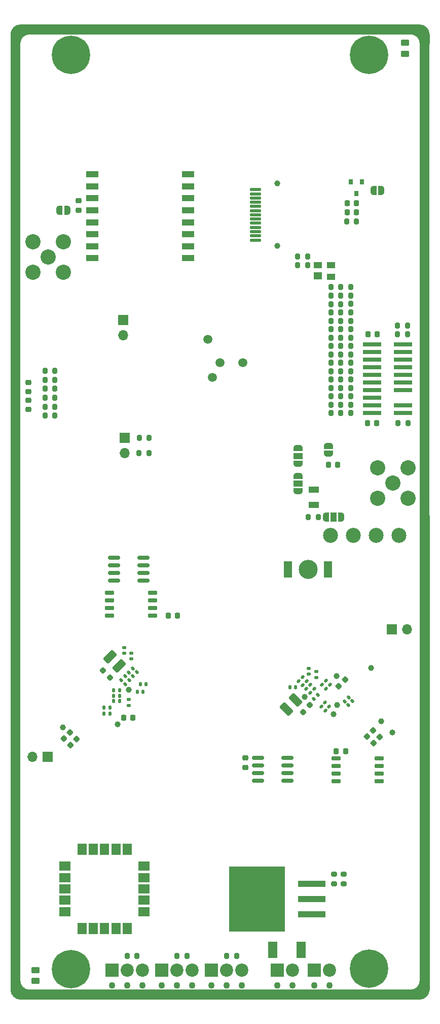
<source format=gbr>
%TF.GenerationSoftware,KiCad,Pcbnew,6.0.2*%
%TF.CreationDate,2022-02-16T12:43:48-06:00*%
%TF.ProjectId,FCB,4643422e-6b69-4636-9164-5f7063625858,A*%
%TF.SameCoordinates,Original*%
%TF.FileFunction,Soldermask,Bot*%
%TF.FilePolarity,Negative*%
%FSLAX46Y46*%
G04 Gerber Fmt 4.6, Leading zero omitted, Abs format (unit mm)*
G04 Created by KiCad (PCBNEW 6.0.2) date 2022-02-16 12:43:48*
%MOMM*%
%LPD*%
G01*
G04 APERTURE LIST*
G04 Aperture macros list*
%AMRoundRect*
0 Rectangle with rounded corners*
0 $1 Rounding radius*
0 $2 $3 $4 $5 $6 $7 $8 $9 X,Y pos of 4 corners*
0 Add a 4 corners polygon primitive as box body*
4,1,4,$2,$3,$4,$5,$6,$7,$8,$9,$2,$3,0*
0 Add four circle primitives for the rounded corners*
1,1,$1+$1,$2,$3*
1,1,$1+$1,$4,$5*
1,1,$1+$1,$6,$7*
1,1,$1+$1,$8,$9*
0 Add four rect primitives between the rounded corners*
20,1,$1+$1,$2,$3,$4,$5,0*
20,1,$1+$1,$4,$5,$6,$7,0*
20,1,$1+$1,$6,$7,$8,$9,0*
20,1,$1+$1,$8,$9,$2,$3,0*%
%AMFreePoly0*
4,1,22,0.500000,-0.750000,0.000000,-0.750000,0.000000,-0.745033,-0.079941,-0.743568,-0.215256,-0.701293,-0.333266,-0.622738,-0.424486,-0.514219,-0.481581,-0.384460,-0.499164,-0.250000,-0.500000,-0.250000,-0.500000,0.250000,-0.499164,0.250000,-0.499963,0.256109,-0.478152,0.396186,-0.417904,0.524511,-0.324060,0.630769,-0.204165,0.706417,-0.067858,0.745374,0.000000,0.744959,0.000000,0.750000,
0.500000,0.750000,0.500000,-0.750000,0.500000,-0.750000,$1*%
%AMFreePoly1*
4,1,20,0.000000,0.744959,0.073905,0.744508,0.209726,0.703889,0.328688,0.626782,0.421226,0.519385,0.479903,0.390333,0.500000,0.250000,0.500000,-0.250000,0.499851,-0.262216,0.476331,-0.402017,0.414519,-0.529596,0.319384,-0.634700,0.198574,-0.708877,0.061801,-0.746166,0.000000,-0.745033,0.000000,-0.750000,-0.500000,-0.750000,-0.500000,0.750000,0.000000,0.750000,0.000000,0.744959,
0.000000,0.744959,$1*%
%AMFreePoly2*
4,1,22,0.550000,-0.750000,0.000000,-0.750000,0.000000,-0.745033,-0.079941,-0.743568,-0.215256,-0.701293,-0.333266,-0.622738,-0.424486,-0.514219,-0.481581,-0.384460,-0.499164,-0.250000,-0.500000,-0.250000,-0.500000,0.250000,-0.499164,0.250000,-0.499963,0.256109,-0.478152,0.396186,-0.417904,0.524511,-0.324060,0.630769,-0.204165,0.706417,-0.067858,0.745374,0.000000,0.744959,0.000000,0.750000,
0.550000,0.750000,0.550000,-0.750000,0.550000,-0.750000,$1*%
%AMFreePoly3*
4,1,20,0.000000,0.744959,0.073905,0.744508,0.209726,0.703889,0.328688,0.626782,0.421226,0.519385,0.479903,0.390333,0.500000,0.250000,0.500000,-0.250000,0.499851,-0.262216,0.476331,-0.402017,0.414519,-0.529596,0.319384,-0.634700,0.198574,-0.708877,0.061801,-0.746166,0.000000,-0.745033,0.000000,-0.750000,-0.550000,-0.750000,-0.550000,0.750000,0.000000,0.750000,0.000000,0.744959,
0.000000,0.744959,$1*%
G04 Aperture macros list end*
%ADD10C,0.150000*%
%ADD11C,0.100000*%
%ADD12C,3.180000*%
%ADD13R,1.400000X2.790000*%
%ADD14RoundRect,0.225000X0.017678X-0.335876X0.335876X-0.017678X-0.017678X0.335876X-0.335876X0.017678X0*%
%ADD15C,1.000000*%
%ADD16RoundRect,0.200000X0.200000X0.275000X-0.200000X0.275000X-0.200000X-0.275000X0.200000X-0.275000X0*%
%ADD17RoundRect,0.200000X-0.200000X-0.275000X0.200000X-0.275000X0.200000X0.275000X-0.200000X0.275000X0*%
%ADD18O,1.700000X1.700000*%
%ADD19R,1.700000X1.700000*%
%ADD20FreePoly0,270.000000*%
%ADD21FreePoly1,270.000000*%
%ADD22R,1.800000X1.000000*%
%ADD23R,2.000000X1.000000*%
%ADD24FreePoly0,180.000000*%
%ADD25FreePoly1,180.000000*%
%ADD26R,0.800000X0.900000*%
%ADD27RoundRect,0.225000X0.225000X0.250000X-0.225000X0.250000X-0.225000X-0.250000X0.225000X-0.250000X0*%
%ADD28RoundRect,0.249999X-0.450001X0.262501X-0.450001X-0.262501X0.450001X-0.262501X0.450001X0.262501X0*%
%ADD29RoundRect,0.225000X-0.225000X-0.250000X0.225000X-0.250000X0.225000X0.250000X-0.225000X0.250000X0*%
%ADD30RoundRect,0.140000X-0.140000X-0.170000X0.140000X-0.170000X0.140000X0.170000X-0.140000X0.170000X0*%
%ADD31RoundRect,0.218750X0.335876X0.026517X0.026517X0.335876X-0.335876X-0.026517X-0.026517X-0.335876X0*%
%ADD32RoundRect,0.225000X-0.250000X0.225000X-0.250000X-0.225000X0.250000X-0.225000X0.250000X0.225000X0*%
%ADD33RoundRect,0.225000X0.250000X-0.225000X0.250000X0.225000X-0.250000X0.225000X-0.250000X-0.225000X0*%
%ADD34RoundRect,0.200000X0.275000X-0.200000X0.275000X0.200000X-0.275000X0.200000X-0.275000X-0.200000X0*%
%ADD35R,4.600000X1.100000*%
%ADD36R,9.400000X10.800000*%
%ADD37R,1.500000X2.700000*%
%ADD38RoundRect,0.050800X-0.850000X-0.175000X0.850000X-0.175000X0.850000X0.175000X-0.850000X0.175000X0*%
%ADD39R,2.200000X2.200000*%
%ADD40C,1.100000*%
%ADD41C,2.200000*%
%ADD42RoundRect,0.140000X-0.170000X0.140000X-0.170000X-0.140000X0.170000X-0.140000X0.170000X0.140000X0*%
%ADD43RoundRect,0.140000X0.140000X0.170000X-0.140000X0.170000X-0.140000X-0.170000X0.140000X-0.170000X0*%
%ADD44RoundRect,0.140000X-0.021213X0.219203X-0.219203X0.021213X0.021213X-0.219203X0.219203X-0.021213X0*%
%ADD45RoundRect,0.140000X0.021213X-0.219203X0.219203X-0.021213X-0.021213X0.219203X-0.219203X0.021213X0*%
%ADD46RoundRect,0.140000X0.170000X-0.140000X0.170000X0.140000X-0.170000X0.140000X-0.170000X-0.140000X0*%
%ADD47RoundRect,0.250000X0.866206X0.335876X0.335876X0.866206X-0.866206X-0.335876X-0.335876X-0.866206X0*%
%ADD48RoundRect,0.140000X0.219203X0.021213X0.021213X0.219203X-0.219203X-0.021213X-0.021213X-0.219203X0*%
%ADD49RoundRect,0.140000X-0.219203X-0.021213X-0.021213X-0.219203X0.219203X0.021213X0.021213X0.219203X0*%
%ADD50C,2.540000*%
%ADD51RoundRect,0.150000X-0.650000X-0.150000X0.650000X-0.150000X0.650000X0.150000X-0.650000X0.150000X0*%
%ADD52RoundRect,0.150000X-0.825000X-0.150000X0.825000X-0.150000X0.825000X0.150000X-0.825000X0.150000X0*%
%ADD53RoundRect,0.150000X0.650000X0.150000X-0.650000X0.150000X-0.650000X-0.150000X0.650000X-0.150000X0*%
%ADD54RoundRect,0.150000X0.825000X0.150000X-0.825000X0.150000X-0.825000X-0.150000X0.825000X-0.150000X0*%
%ADD55RoundRect,0.000001X-0.900000X-0.750000X0.900000X-0.750000X0.900000X0.750000X-0.900000X0.750000X0*%
%ADD56RoundRect,0.000001X-0.750000X-0.900000X0.750000X-0.900000X0.750000X0.900000X-0.750000X0.900000X0*%
%ADD57R,1.400000X1.000000*%
%ADD58R,1.400000X1.200000*%
%ADD59C,2.500000*%
%ADD60C,1.500000*%
%ADD61RoundRect,0.249999X0.450001X-0.262501X0.450001X0.262501X-0.450001X0.262501X-0.450001X-0.262501X0*%
%ADD62RoundRect,0.218750X-0.026517X0.335876X-0.335876X0.026517X0.026517X-0.335876X0.335876X-0.026517X0*%
%ADD63RoundRect,0.250000X-0.335876X0.866206X-0.866206X0.335876X0.335876X-0.866206X0.866206X-0.335876X0*%
%ADD64FreePoly2,90.000000*%
%ADD65R,1.500000X1.000000*%
%ADD66FreePoly3,90.000000*%
%ADD67FreePoly2,180.000000*%
%ADD68R,1.000000X1.500000*%
%ADD69FreePoly3,180.000000*%
%ADD70RoundRect,0.225000X-0.335876X-0.017678X-0.017678X-0.335876X0.335876X0.017678X0.017678X0.335876X0*%
%ADD71RoundRect,0.225000X0.335876X0.017678X0.017678X0.335876X-0.335876X-0.017678X-0.017678X-0.335876X0*%
%ADD72R,3.125000X0.711000*%
%ADD73C,0.800000*%
%ADD74C,6.400000*%
G04 APERTURE END LIST*
D10*
X171600000Y-65000000D02*
G75*
G03*
X170000000Y-66600000I0J-1600000D01*
G01*
X236850000Y-66500000D02*
X237350000Y-66600000D01*
X237350000Y-66600000D02*
X237750000Y-66800000D01*
X237750000Y-66800000D02*
X238050000Y-67100000D01*
X238050000Y-67100000D02*
X238250000Y-67500000D01*
X238250000Y-67500000D02*
X238350000Y-68100000D01*
X238350000Y-68100000D02*
X239850000Y-68100000D01*
X239850000Y-68100000D02*
X239850000Y-66600000D01*
X239850000Y-66600000D02*
X239750000Y-66200000D01*
X239750000Y-66200000D02*
X239550000Y-65800000D01*
X239550000Y-65800000D02*
X239250000Y-65400000D01*
X239250000Y-65400000D02*
X238650000Y-65100000D01*
X238650000Y-65100000D02*
X238250000Y-65000000D01*
X238250000Y-65000000D02*
X236850000Y-65000000D01*
X236850000Y-65000000D02*
X236850000Y-66500000D01*
G36*
X238650000Y-65100000D02*
G01*
X239250000Y-65400000D01*
X239550000Y-65800000D01*
X239750000Y-66200000D01*
X239850000Y-66600000D01*
X239850000Y-68100000D01*
X238350000Y-68100000D01*
X238250000Y-67500000D01*
X238050000Y-67100000D01*
X237750000Y-66800000D01*
X237350000Y-66600000D01*
X236850000Y-66500000D01*
X236850000Y-65000000D01*
X238250000Y-65000000D01*
X238650000Y-65100000D01*
G37*
X238650000Y-65100000D02*
X239250000Y-65400000D01*
X239550000Y-65800000D01*
X239750000Y-66200000D01*
X239850000Y-66600000D01*
X239850000Y-68100000D01*
X238350000Y-68100000D01*
X238250000Y-67500000D01*
X238050000Y-67100000D01*
X237750000Y-66800000D01*
X237350000Y-66600000D01*
X236850000Y-66500000D01*
X236850000Y-65000000D01*
X238250000Y-65000000D01*
X238650000Y-65100000D01*
X239822400Y-66600000D02*
X238322400Y-66600000D01*
X238322400Y-66600000D02*
X238350000Y-225800000D01*
X238350000Y-225800000D02*
X239850000Y-225800000D01*
X239850000Y-225800000D02*
X239822400Y-66600000D01*
G36*
X239850000Y-225800000D02*
G01*
X238350000Y-225800000D01*
X238322400Y-66600000D01*
X239822400Y-66600000D01*
X239850000Y-225800000D01*
G37*
X239850000Y-225800000D02*
X238350000Y-225800000D01*
X238322400Y-66600000D01*
X239822400Y-66600000D01*
X239850000Y-225800000D01*
X170000000Y-225800000D02*
G75*
G03*
X171600000Y-227400000I1600000J0D01*
G01*
X239850000Y-66600000D02*
G75*
G03*
X238250000Y-65000000I-1600000J0D01*
G01*
X238350000Y-68100000D02*
G75*
G03*
X236750000Y-66500000I-1600000J0D01*
G01*
X171500000Y-224300000D02*
G75*
G03*
X173100000Y-225900000I1600000J0D01*
G01*
X238300000Y-65000000D02*
X173100000Y-65000000D01*
X173100000Y-65000000D02*
X173100000Y-66500000D01*
X173100000Y-66500000D02*
X238300000Y-66500000D01*
X238300000Y-66500000D02*
X238300000Y-65000000D01*
G36*
X238300000Y-66500000D02*
G01*
X173100000Y-66500000D01*
X173100000Y-65000000D01*
X238300000Y-65000000D01*
X238300000Y-66500000D01*
G37*
X238300000Y-66500000D02*
X173100000Y-66500000D01*
X173100000Y-65000000D01*
X238300000Y-65000000D01*
X238300000Y-66500000D01*
X173100000Y-66500000D02*
G75*
G03*
X171500000Y-68100000I0J-1600000D01*
G01*
X171500000Y-68000000D02*
X171600000Y-67500000D01*
X171600000Y-67500000D02*
X171800000Y-67100000D01*
X171800000Y-67100000D02*
X172100000Y-66800000D01*
X172100000Y-66800000D02*
X172500000Y-66600000D01*
X172500000Y-66600000D02*
X173100000Y-66500000D01*
X173100000Y-66500000D02*
X173100000Y-65000000D01*
X173100000Y-65000000D02*
X171600000Y-65000000D01*
X171600000Y-65000000D02*
X171200000Y-65100000D01*
X171200000Y-65100000D02*
X170800000Y-65300000D01*
X170800000Y-65300000D02*
X170400000Y-65600000D01*
X170400000Y-65600000D02*
X170100000Y-66200000D01*
X170100000Y-66200000D02*
X170000000Y-66600000D01*
X170000000Y-66600000D02*
X170000000Y-68000000D01*
X170000000Y-68000000D02*
X171500000Y-68000000D01*
G36*
X173100000Y-66500000D02*
G01*
X172500000Y-66600000D01*
X172100000Y-66800000D01*
X171800000Y-67100000D01*
X171600000Y-67500000D01*
X171500000Y-68000000D01*
X170000000Y-68000000D01*
X170000000Y-66600000D01*
X170100000Y-66200000D01*
X170400000Y-65600000D01*
X170800000Y-65300000D01*
X171200000Y-65100000D01*
X171600000Y-65000000D01*
X173100000Y-65000000D01*
X173100000Y-66500000D01*
G37*
X173100000Y-66500000D02*
X172500000Y-66600000D01*
X172100000Y-66800000D01*
X171800000Y-67100000D01*
X171600000Y-67500000D01*
X171500000Y-68000000D01*
X170000000Y-68000000D01*
X170000000Y-66600000D01*
X170100000Y-66200000D01*
X170400000Y-65600000D01*
X170800000Y-65300000D01*
X171200000Y-65100000D01*
X171600000Y-65000000D01*
X173100000Y-65000000D01*
X173100000Y-66500000D01*
X238300000Y-225900000D02*
X171600000Y-225900000D01*
X171600000Y-225900000D02*
X171600000Y-227400000D01*
X171600000Y-227400000D02*
X238300000Y-227400000D01*
X238300000Y-227400000D02*
X238300000Y-225900000D01*
G36*
X238300000Y-227400000D02*
G01*
X171600000Y-227400000D01*
X171600000Y-225900000D01*
X238300000Y-225900000D01*
X238300000Y-227400000D01*
G37*
X238300000Y-227400000D02*
X171600000Y-227400000D01*
X171600000Y-225900000D01*
X238300000Y-225900000D01*
X238300000Y-227400000D01*
X238250000Y-227400000D02*
G75*
G03*
X239850000Y-225800000I0J1600000D01*
G01*
D11*
X236850000Y-225900000D02*
X237350000Y-225800000D01*
X237350000Y-225800000D02*
X237750000Y-225600000D01*
X237750000Y-225600000D02*
X238050000Y-225300000D01*
X238050000Y-225300000D02*
X238250000Y-224900000D01*
X238250000Y-224900000D02*
X238350000Y-224300000D01*
X238350000Y-224300000D02*
X239850000Y-224300000D01*
X239850000Y-224300000D02*
X239850000Y-225800000D01*
X239850000Y-225800000D02*
X239750000Y-226200000D01*
X239750000Y-226200000D02*
X239550000Y-226600000D01*
X239550000Y-226600000D02*
X239250000Y-227000000D01*
X239250000Y-227000000D02*
X238650000Y-227300000D01*
X238650000Y-227300000D02*
X238250000Y-227400000D01*
X238250000Y-227400000D02*
X236850000Y-227400000D01*
X236850000Y-227400000D02*
X236850000Y-225900000D01*
G36*
X239850000Y-225800000D02*
G01*
X239750000Y-226200000D01*
X239550000Y-226600000D01*
X239250000Y-227000000D01*
X238650000Y-227300000D01*
X238250000Y-227400000D01*
X236850000Y-227400000D01*
X236850000Y-225900000D01*
X237350000Y-225800000D01*
X237750000Y-225600000D01*
X238050000Y-225300000D01*
X238250000Y-224900000D01*
X238350000Y-224300000D01*
X239850000Y-224300000D01*
X239850000Y-225800000D01*
G37*
X239850000Y-225800000D02*
X239750000Y-226200000D01*
X239550000Y-226600000D01*
X239250000Y-227000000D01*
X238650000Y-227300000D01*
X238250000Y-227400000D01*
X236850000Y-227400000D01*
X236850000Y-225900000D01*
X237350000Y-225800000D01*
X237750000Y-225600000D01*
X238050000Y-225300000D01*
X238250000Y-224900000D01*
X238350000Y-224300000D01*
X239850000Y-224300000D01*
X239850000Y-225800000D01*
D10*
X173000000Y-225900000D02*
X172500000Y-225800000D01*
X172500000Y-225800000D02*
X172100000Y-225600000D01*
X172100000Y-225600000D02*
X171800000Y-225300000D01*
X171800000Y-225300000D02*
X171600000Y-224900000D01*
X171600000Y-224900000D02*
X171500000Y-224300000D01*
X171500000Y-224300000D02*
X170000000Y-224300000D01*
X170000000Y-224300000D02*
X170000000Y-225800000D01*
X170000000Y-225800000D02*
X170100000Y-226200000D01*
X170100000Y-226200000D02*
X170300000Y-226600000D01*
X170300000Y-226600000D02*
X170600000Y-227000000D01*
X170600000Y-227000000D02*
X171200000Y-227300000D01*
X171200000Y-227300000D02*
X171600000Y-227400000D01*
X171600000Y-227400000D02*
X173000000Y-227400000D01*
X173000000Y-227400000D02*
X173000000Y-225900000D01*
G36*
X171600000Y-224900000D02*
G01*
X171800000Y-225300000D01*
X172100000Y-225600000D01*
X172500000Y-225800000D01*
X173000000Y-225900000D01*
X173000000Y-227400000D01*
X171600000Y-227400000D01*
X171200000Y-227300000D01*
X170600000Y-227000000D01*
X170300000Y-226600000D01*
X170100000Y-226200000D01*
X170000000Y-225800000D01*
X170000000Y-224300000D01*
X171500000Y-224300000D01*
X171600000Y-224900000D01*
G37*
X171600000Y-224900000D02*
X171800000Y-225300000D01*
X172100000Y-225600000D01*
X172500000Y-225800000D01*
X173000000Y-225900000D01*
X173000000Y-227400000D01*
X171600000Y-227400000D01*
X171200000Y-227300000D01*
X170600000Y-227000000D01*
X170300000Y-226600000D01*
X170100000Y-226200000D01*
X170000000Y-225800000D01*
X170000000Y-224300000D01*
X171500000Y-224300000D01*
X171600000Y-224900000D01*
X171500000Y-66600000D02*
X170000000Y-66600000D01*
X170000000Y-66600000D02*
X170000000Y-225800000D01*
X170000000Y-225800000D02*
X171500000Y-225800000D01*
X171500000Y-225800000D02*
X171500000Y-66600000D01*
G36*
X171500000Y-225800000D02*
G01*
X170000000Y-225800000D01*
X170000000Y-66600000D01*
X171500000Y-66600000D01*
X171500000Y-225800000D01*
G37*
X171500000Y-225800000D02*
X170000000Y-225800000D01*
X170000000Y-66600000D01*
X171500000Y-66600000D01*
X171500000Y-225800000D01*
X236750000Y-225900000D02*
G75*
G03*
X238350000Y-224300000I0J1600000D01*
G01*
D12*
%TO.C,BT601*%
X219630000Y-155740000D03*
D13*
X222995000Y-155740000D03*
X216265000Y-155740000D03*
%TD*%
D14*
%TO.C,C313*%
X225848008Y-174171992D03*
X224751992Y-175268008D03*
%TD*%
D15*
%TO.C,TP509*%
X189710000Y-175840000D03*
%TD*%
%TO.C,TP504*%
X187780000Y-181586000D03*
%TD*%
%TO.C,TP501*%
X178640000Y-182080000D03*
%TD*%
D16*
%TO.C,R508*%
X191425000Y-133850000D03*
X193075000Y-133850000D03*
%TD*%
%TO.C,R504*%
X191415000Y-136380000D03*
X193065000Y-136380000D03*
%TD*%
D17*
%TO.C,R503*%
X219525000Y-105050000D03*
X217875000Y-105050000D03*
%TD*%
D16*
%TO.C,R501*%
X217875000Y-103590000D03*
X219525000Y-103590000D03*
%TD*%
D18*
%TO.C,J6*%
X188720000Y-116720000D03*
D19*
X188720000Y-114180000D03*
%TD*%
D18*
%TO.C,J4*%
X189030000Y-136380000D03*
D19*
X189030000Y-133840000D03*
%TD*%
D16*
%TO.C,R107*%
X206025000Y-220200000D03*
X207675000Y-220200000D03*
%TD*%
%TO.C,R106*%
X197735000Y-220210000D03*
X199385000Y-220210000D03*
%TD*%
%TO.C,R105*%
X189425000Y-220200000D03*
X191075000Y-220200000D03*
%TD*%
D20*
%TO.C,JP601*%
X223025000Y-135200000D03*
D21*
X223025000Y-136500000D03*
%TD*%
D22*
%TO.C,Y601*%
X220600000Y-145000000D03*
X220600000Y-142500000D03*
%TD*%
D23*
%TO.C,U106*%
X183550000Y-89900000D03*
X183550000Y-91900000D03*
X183550000Y-93900000D03*
X183550000Y-95900000D03*
X183550000Y-97900000D03*
X183550000Y-99900000D03*
X183550000Y-101900000D03*
X183550000Y-103900000D03*
X199550000Y-103900000D03*
X199550000Y-101900000D03*
X199550000Y-99900000D03*
X199550000Y-97900000D03*
X199550000Y-95900000D03*
X199550000Y-93900000D03*
X199550000Y-91900000D03*
X199550000Y-89900000D03*
%TD*%
D16*
%TO.C,R101*%
X226085000Y-97770000D03*
X227735000Y-97770000D03*
%TD*%
D24*
%TO.C,JP106*%
X231850000Y-92620000D03*
D25*
X230550000Y-92620000D03*
%TD*%
D26*
%TO.C,IC101*%
X227700000Y-93150000D03*
X228650000Y-91150000D03*
X226750000Y-91150000D03*
%TD*%
D27*
%TO.C,C113*%
X226140000Y-94710000D03*
X227690000Y-94710000D03*
%TD*%
%TO.C,C112*%
X226135000Y-96240000D03*
X227685000Y-96240000D03*
%TD*%
D18*
%TO.C,J506*%
X173560000Y-187040000D03*
D19*
X176100000Y-187040000D03*
%TD*%
D28*
%TO.C,R998*%
X174075000Y-224362500D03*
X174075000Y-222537500D03*
%TD*%
D29*
%TO.C,C513*%
X188795000Y-180520000D03*
X190345000Y-180520000D03*
%TD*%
D30*
%TO.C,C528*%
X191620000Y-174900000D03*
X192580000Y-174900000D03*
%TD*%
D31*
%TO.C,L503*%
X185393153Y-172653153D03*
X186506847Y-173766847D03*
%TD*%
D16*
%TO.C,R7*%
X175675000Y-130150000D03*
X177325000Y-130150000D03*
%TD*%
%TO.C,R6*%
X175675000Y-128650000D03*
X177325000Y-128650000D03*
%TD*%
%TO.C,R5*%
X175675000Y-127150000D03*
X177325000Y-127150000D03*
%TD*%
%TO.C,R4*%
X175675000Y-125650000D03*
X177325000Y-125650000D03*
%TD*%
%TO.C,R3*%
X175675000Y-124150000D03*
X177325000Y-124150000D03*
%TD*%
%TO.C,R2*%
X175675000Y-122650000D03*
X177325000Y-122650000D03*
%TD*%
D32*
%TO.C,C2*%
X172900000Y-129125000D03*
X172900000Y-127575000D03*
%TD*%
D33*
%TO.C,C1*%
X172900000Y-124575000D03*
X172900000Y-126125000D03*
%TD*%
D34*
%TO.C,R104*%
X224000000Y-206525000D03*
X224000000Y-208175000D03*
%TD*%
%TO.C,R103*%
X225600000Y-206525000D03*
X225600000Y-208175000D03*
%TD*%
D35*
%TO.C,Q101*%
X220275000Y-208160000D03*
X220275000Y-210700000D03*
X220275000Y-213240000D03*
D36*
X211125000Y-210700000D03*
%TD*%
D37*
%TO.C,D102*%
X218500000Y-219200000D03*
X213700000Y-219200000D03*
%TD*%
D38*
%TO.C,DISP1*%
X210825000Y-100160000D03*
X210825000Y-100860000D03*
X210825000Y-92460000D03*
X210825000Y-93160000D03*
X210825000Y-93860000D03*
X210825000Y-94560000D03*
X210825000Y-95260000D03*
X210825000Y-95960000D03*
X210825000Y-96660000D03*
X210825000Y-97360000D03*
X210825000Y-98060000D03*
X210825000Y-98760000D03*
X210825000Y-99460000D03*
D15*
X214525000Y-101840000D03*
X214525000Y-91440000D03*
%TD*%
D39*
%TO.C,J111*%
X220670000Y-222570000D03*
D40*
X220670000Y-225110000D03*
D41*
X223210000Y-222570000D03*
D40*
X223210000Y-225110000D03*
%TD*%
D39*
%TO.C,J110*%
X214500000Y-222570000D03*
D40*
X214500000Y-225110000D03*
D41*
X217040000Y-222570000D03*
D40*
X217040000Y-225110000D03*
%TD*%
D39*
%TO.C,J109*%
X203500000Y-222570000D03*
D40*
X203500000Y-225110000D03*
D41*
X206040000Y-222570000D03*
D40*
X206040000Y-225110000D03*
D41*
X208580000Y-222570000D03*
D40*
X208580000Y-225110000D03*
%TD*%
D39*
%TO.C,J108*%
X195200000Y-222570000D03*
D40*
X195200000Y-225110000D03*
D41*
X197740000Y-222570000D03*
D40*
X197740000Y-225110000D03*
D41*
X200280000Y-222570000D03*
D40*
X200280000Y-225110000D03*
%TD*%
D39*
%TO.C,J107*%
X186870000Y-222570000D03*
D40*
X186870000Y-225110000D03*
D41*
X189410000Y-222570000D03*
D40*
X189410000Y-225110000D03*
D41*
X191950000Y-222570000D03*
D40*
X191950000Y-225110000D03*
%TD*%
D42*
%TO.C,C531*%
X189650000Y-178430000D03*
X189650000Y-177470000D03*
%TD*%
D43*
%TO.C,C526*%
X185550000Y-178830000D03*
X186510000Y-178830000D03*
%TD*%
D27*
%TO.C,C520*%
X197825000Y-163470000D03*
X196275000Y-163470000D03*
%TD*%
D43*
%TO.C,C517*%
X187180000Y-175880000D03*
X188140000Y-175880000D03*
%TD*%
D30*
%TO.C,C525*%
X188140000Y-177730000D03*
X187180000Y-177730000D03*
%TD*%
%TO.C,C516*%
X188140000Y-176810000D03*
X187180000Y-176810000D03*
%TD*%
D43*
%TO.C,C514*%
X185550000Y-179810000D03*
X186510000Y-179810000D03*
%TD*%
D44*
%TO.C,C530*%
X189070589Y-174869411D03*
X189749411Y-174190589D03*
%TD*%
D30*
%TO.C,C523*%
X191100000Y-176200000D03*
X192060000Y-176200000D03*
%TD*%
D44*
%TO.C,C522*%
X188420589Y-174219411D03*
X189099411Y-173540589D03*
%TD*%
D45*
%TO.C,C512*%
X190389411Y-172250589D03*
X189710589Y-172929411D03*
%TD*%
D46*
%TO.C,C511*%
X190120000Y-170690000D03*
X190120000Y-169730000D03*
%TD*%
%TO.C,C506*%
X188950000Y-169720000D03*
X188950000Y-168760000D03*
%TD*%
D45*
%TO.C,C505*%
X191039411Y-172900589D03*
X190360589Y-173579411D03*
%TD*%
D15*
%TO.C,TP309*%
X219090000Y-176990000D03*
%TD*%
%TO.C,TP308*%
X233690500Y-182983000D03*
%TD*%
%TO.C,TP307*%
X231849000Y-181078000D03*
%TD*%
%TO.C,TP306*%
X223848000Y-179871500D03*
%TD*%
%TO.C,TP305*%
X224483000Y-178411000D03*
%TD*%
%TO.C,TP304*%
X224390000Y-173570000D03*
%TD*%
%TO.C,TP302*%
X230134500Y-172188000D03*
%TD*%
D47*
%TO.C,L501*%
X186579860Y-170349860D03*
X188100140Y-171870140D03*
%TD*%
D48*
%TO.C,C331*%
X222616088Y-174307590D03*
X223294910Y-174986412D03*
%TD*%
%TO.C,C317*%
X221965550Y-174958128D03*
X222644372Y-175636950D03*
%TD*%
D46*
%TO.C,C328*%
X219770000Y-172280000D03*
X219770000Y-173240000D03*
%TD*%
%TO.C,C323*%
X221000000Y-172820000D03*
X221000000Y-173780000D03*
%TD*%
D43*
%TO.C,C311*%
X216570000Y-175440000D03*
X217530000Y-175440000D03*
%TD*%
D45*
%TO.C,C306*%
X221299411Y-176700589D03*
X220620589Y-177379411D03*
%TD*%
D48*
%TO.C,C325*%
X222485628Y-177963050D03*
X223164450Y-178641872D03*
%TD*%
%TO.C,C316*%
X221835090Y-178613588D03*
X222513912Y-179292410D03*
%TD*%
D45*
%TO.C,C326*%
X227056950Y-177715628D03*
X226378128Y-178394450D03*
%TD*%
%TO.C,C314*%
X226406412Y-177065090D03*
X225727590Y-177743912D03*
%TD*%
D48*
%TO.C,C330*%
X218700589Y-173740589D03*
X219379411Y-174419411D03*
%TD*%
D49*
%TO.C,C322*%
X220019411Y-176349411D03*
X219340589Y-175670589D03*
%TD*%
D48*
%TO.C,C312*%
X218050589Y-174390589D03*
X218729411Y-175069411D03*
%TD*%
D49*
%TO.C,C305*%
X220669411Y-175699411D03*
X219990589Y-175020589D03*
%TD*%
D33*
%TO.C,C111*%
X181270000Y-94325000D03*
X181270000Y-95875000D03*
%TD*%
D50*
%TO.C,X101*%
X176200000Y-103700000D03*
X173660000Y-106240000D03*
X178740000Y-106240000D03*
X178740000Y-101160000D03*
X173660000Y-101160000D03*
%TD*%
D24*
%TO.C,JP105*%
X179410000Y-95930000D03*
D25*
X178110000Y-95930000D03*
%TD*%
D17*
%TO.C,R207*%
X223450000Y-126925000D03*
X225100000Y-126925000D03*
X226750000Y-126919920D03*
%TD*%
%TO.C,R220*%
X226750000Y-108719920D03*
X225100000Y-108725000D03*
X223450000Y-108725000D03*
%TD*%
%TO.C,R219*%
X223450000Y-110125000D03*
X225100000Y-110125000D03*
X226750000Y-110119920D03*
%TD*%
%TO.C,R218*%
X226750000Y-111519920D03*
X225100000Y-111525000D03*
X223450000Y-111525000D03*
%TD*%
%TO.C,R217*%
X226750000Y-112919920D03*
X225100000Y-112925000D03*
X223450000Y-112925000D03*
%TD*%
%TO.C,R216*%
X226750000Y-114319920D03*
X225100000Y-114325000D03*
X223450000Y-114325000D03*
%TD*%
%TO.C,R215*%
X226750000Y-115719920D03*
X225100000Y-115725000D03*
X223450000Y-115725000D03*
%TD*%
%TO.C,R214*%
X226750000Y-117119920D03*
X225100000Y-117125000D03*
X223450000Y-117125000D03*
%TD*%
%TO.C,R213*%
X226750000Y-118519920D03*
X225100000Y-118525000D03*
X223450000Y-118525000D03*
%TD*%
%TO.C,R212*%
X226750000Y-119919920D03*
X225100000Y-119925000D03*
X223450000Y-119925000D03*
%TD*%
%TO.C,R211*%
X226750000Y-121319920D03*
X225100000Y-121325000D03*
X223450000Y-121325000D03*
%TD*%
%TO.C,R210*%
X226750000Y-122719920D03*
X225100000Y-122725000D03*
X223450000Y-122725000D03*
%TD*%
%TO.C,R209*%
X223450000Y-124125000D03*
X225100000Y-124125000D03*
X226750000Y-124119920D03*
%TD*%
%TO.C,R208*%
X226750000Y-125519920D03*
X225100000Y-125525000D03*
X223450000Y-125525000D03*
%TD*%
%TO.C,R206*%
X223450000Y-128325000D03*
X225100000Y-128325000D03*
X226750000Y-128319920D03*
%TD*%
%TO.C,R205*%
X223450000Y-129725000D03*
X225100000Y-129725000D03*
X226750000Y-129719920D03*
%TD*%
D51*
%TO.C,U506*%
X186490000Y-163445000D03*
X186490000Y-162175000D03*
X186490000Y-160905000D03*
X186490000Y-159635000D03*
X193690000Y-159635000D03*
X193690000Y-160905000D03*
X193690000Y-162175000D03*
X193690000Y-163445000D03*
%TD*%
D52*
%TO.C,U504*%
X187195000Y-157645000D03*
X187195000Y-156375000D03*
X187195000Y-155105000D03*
X187195000Y-153835000D03*
X192145000Y-153835000D03*
X192145000Y-155105000D03*
X192145000Y-156375000D03*
X192145000Y-157645000D03*
%TD*%
D53*
%TO.C,U306*%
X224300000Y-187245000D03*
X224300000Y-188515000D03*
X224300000Y-189785000D03*
X224300000Y-191055000D03*
X231500000Y-191055000D03*
X231500000Y-189785000D03*
X231500000Y-188515000D03*
X231500000Y-187245000D03*
%TD*%
D54*
%TO.C,U304*%
X211250000Y-187195000D03*
X211250000Y-188465000D03*
X211250000Y-189735000D03*
X211250000Y-191005000D03*
X216200000Y-191005000D03*
X216200000Y-189735000D03*
X216200000Y-188465000D03*
X216200000Y-187195000D03*
%TD*%
D55*
%TO.C,U105*%
X179050000Y-212820000D03*
X179050000Y-210920000D03*
X179050000Y-209020000D03*
X179050000Y-207120000D03*
X179050000Y-205220000D03*
D56*
X181850000Y-202420000D03*
X183750000Y-202420000D03*
X185650000Y-202420000D03*
X187550000Y-202420000D03*
X189450000Y-202420000D03*
D55*
X192250000Y-205220000D03*
X192250000Y-207120000D03*
X192250000Y-209020000D03*
X192250000Y-210920000D03*
X192250000Y-212820000D03*
D56*
X189450000Y-215620000D03*
X187550000Y-215620000D03*
X185650000Y-215620000D03*
X183750000Y-215620000D03*
X181850000Y-215620000D03*
%TD*%
D57*
%TO.C,U1*%
X223440000Y-106970000D03*
X223440000Y-105070000D03*
X221240000Y-105070000D03*
D58*
X221240000Y-106790000D03*
%TD*%
D59*
%TO.C,TP604*%
X223340000Y-150090000D03*
%TD*%
%TO.C,TP603*%
X234770000Y-150090000D03*
%TD*%
%TO.C,TP602*%
X230960000Y-150090000D03*
%TD*%
%TO.C,TP601*%
X227150000Y-150090000D03*
%TD*%
D60*
%TO.C,TP17*%
X208750000Y-121300000D03*
%TD*%
%TO.C,TP16*%
X203650000Y-123750000D03*
%TD*%
%TO.C,TP15*%
X204900000Y-121300000D03*
%TD*%
%TO.C,TP13*%
X202900000Y-117450000D03*
%TD*%
D16*
%TO.C,R602*%
X219675000Y-147050000D03*
X221325000Y-147050000D03*
%TD*%
D17*
%TO.C,R203*%
X236225000Y-116550000D03*
X234575000Y-116550000D03*
%TD*%
%TO.C,R202*%
X236325000Y-131350000D03*
X234675000Y-131350000D03*
%TD*%
D16*
%TO.C,R201*%
X234575000Y-115100000D03*
X236225000Y-115100000D03*
%TD*%
D61*
%TO.C,R999*%
X235800000Y-67987500D03*
X235800000Y-69812500D03*
%TD*%
D62*
%TO.C,L303*%
X218833153Y-179516847D03*
X219946847Y-178403153D03*
%TD*%
D63*
%TO.C,L301*%
X215989860Y-179010140D03*
X217510140Y-177489860D03*
%TD*%
D64*
%TO.C,JP606*%
X218000000Y-138150000D03*
D65*
X218000000Y-136850000D03*
D66*
X218000000Y-135550000D03*
%TD*%
D64*
%TO.C,JP605*%
X218000000Y-142750000D03*
D65*
X218000000Y-141450000D03*
D66*
X218000000Y-140150000D03*
%TD*%
D67*
%TO.C,JP602*%
X225175000Y-147050000D03*
D68*
X223875000Y-147050000D03*
D69*
X222575000Y-147050000D03*
%TD*%
D18*
%TO.C,J306*%
X236130000Y-165750000D03*
D19*
X233590000Y-165750000D03*
%TD*%
D29*
%TO.C,C601*%
X224575000Y-138325000D03*
X223025000Y-138325000D03*
%TD*%
D70*
%TO.C,C515*%
X179883984Y-182913984D03*
X180980000Y-184010000D03*
%TD*%
%TO.C,C509*%
X178841992Y-183951992D03*
X179938008Y-185048008D03*
%TD*%
D33*
%TO.C,C321*%
X209150000Y-187200000D03*
X209150000Y-188750000D03*
%TD*%
D27*
%TO.C,C320*%
X224325000Y-186050000D03*
X225875000Y-186050000D03*
%TD*%
D71*
%TO.C,C315*%
X230588008Y-184748008D03*
X229491992Y-183651992D03*
%TD*%
%TO.C,C309*%
X231616466Y-183722050D03*
X230520450Y-182626034D03*
%TD*%
D27*
%TO.C,C202*%
X229525000Y-131350000D03*
X231075000Y-131350000D03*
%TD*%
%TO.C,C201*%
X229625000Y-116550000D03*
X231175000Y-116550000D03*
%TD*%
D50*
%TO.C,X601*%
X233800000Y-141360000D03*
X231260000Y-138820000D03*
X231260000Y-143900000D03*
X236340000Y-143900000D03*
X236340000Y-138820000D03*
%TD*%
D72*
%TO.C,J201*%
X235453000Y-118235000D03*
X230297000Y-118235000D03*
X235453000Y-119505000D03*
X230297000Y-119505000D03*
X235453000Y-120775000D03*
X230297000Y-120775000D03*
X235453000Y-122045000D03*
X230297000Y-122045000D03*
X235453000Y-123315000D03*
X230297000Y-123315000D03*
X235453000Y-124585000D03*
X230297000Y-124585000D03*
X235453000Y-125855000D03*
X230297000Y-125855000D03*
X230297000Y-127125000D03*
X235453000Y-128395000D03*
X230297000Y-128395000D03*
X235453000Y-129665000D03*
X230297000Y-129665000D03*
%TD*%
D73*
%TO.C,REF\u002A\u002A*%
X231547056Y-68302944D03*
X229850000Y-67600000D03*
X228152944Y-68302944D03*
X227450000Y-70000000D03*
X228152944Y-71697056D03*
X229850000Y-72400000D03*
X231547056Y-71697056D03*
X232250000Y-70000000D03*
D74*
X229850000Y-70000000D03*
%TD*%
D73*
%TO.C,REF\u002A\u002A*%
X181697056Y-68302944D03*
X180000000Y-67600000D03*
X178302944Y-68302944D03*
X177600000Y-70000000D03*
X178302944Y-71697056D03*
X180000000Y-72400000D03*
X181697056Y-71697056D03*
X182400000Y-70000000D03*
D74*
X180000000Y-70000000D03*
%TD*%
D73*
%TO.C,REF\u002A\u002A*%
X181697056Y-220702944D03*
X180000000Y-220000000D03*
X178302944Y-220702944D03*
X177600000Y-222400000D03*
X178302944Y-224097056D03*
X180000000Y-224800000D03*
X181697056Y-224097056D03*
X182400000Y-222400000D03*
D74*
X180000000Y-222400000D03*
%TD*%
D73*
%TO.C,REF\u002A\u002A*%
X231547056Y-220652144D03*
X229850000Y-219949200D03*
X228152944Y-220652144D03*
X227450000Y-222349200D03*
X228152944Y-224046256D03*
X229850000Y-224749200D03*
X231547056Y-224046256D03*
X232250000Y-222349200D03*
D74*
X229850000Y-222349200D03*
%TD*%
M02*

</source>
